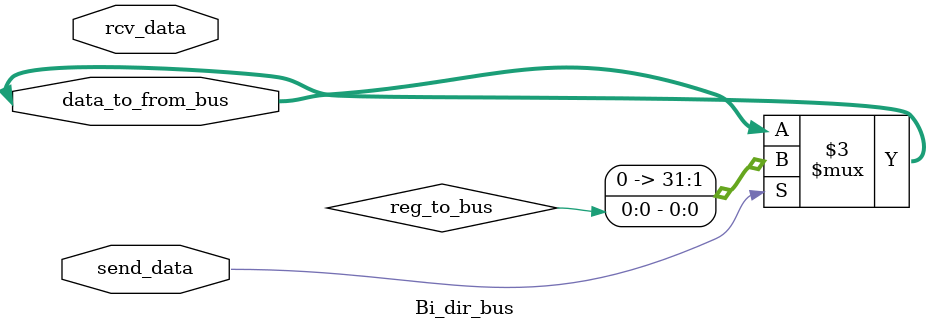
<source format=sv>


// 三態元件(Z) 與 總線(Bus) : 單向連接
module Uni_dir_bus ( data_to_bus, bus_enable);
    input           bus_enable;
    output  [31: 0]	data_to_bus;
    reg     [31: 0] ckt_to_bus;
   
    assign data_to_bus = (bus_enabled) ? ckt_to_bus : 32'bz;
    //核心電路產生ckt_to_bus 省略
endmodule

// 三態元件(Z) 與 總線(Bus) : 雙向連接
module Bi_dir_bus (data_to_from_bus, send_data, rcv_data);
    inout   [31: 0] data_to_from_bus; //雙向用inout
    input           send_data, rcv_data;
    wire    [31: 0] ckt_to_bus;
    wire    [31: 0] data_to_from_bus, data_from_bus;   

    assign data_from_bus = (rcv_data) ? data_to_from_bus : 'bz;
    assign data_to_from_bus = (send_data) ? reg_to_bus : data_to_from_bus;
    //核心電路產生ckt_to_bus 省略
    //電路使用data_from_bus 省略
endmodule
</source>
